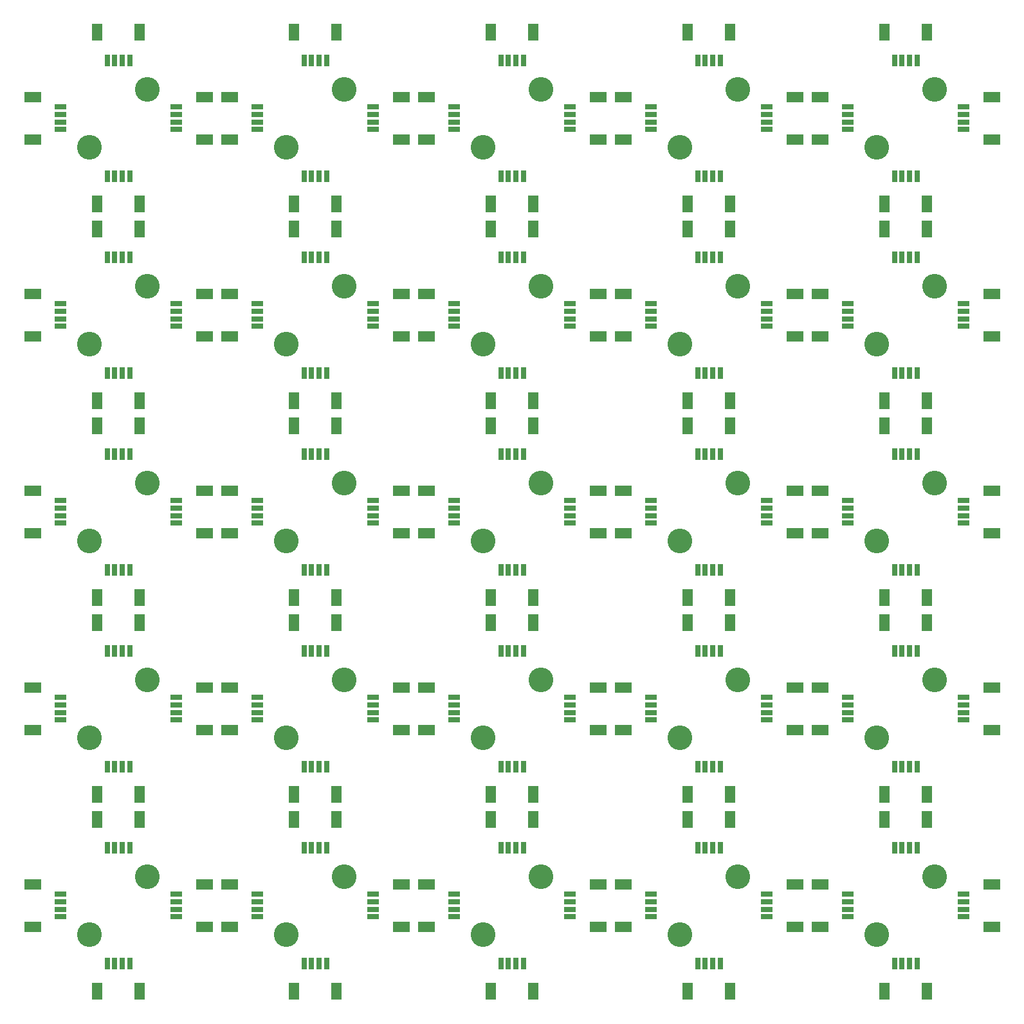
<source format=gts>
G04 EAGLE Gerber RS-274X export*
G75*
%MOMM*%
%FSLAX34Y34*%
%LPD*%
%INSoldermask Top*%
%IPPOS*%
%AMOC8*
5,1,8,0,0,1.08239X$1,22.5*%
G01*
%ADD10R,1.403200X2.203200*%
%ADD11R,0.803200X1.553200*%
%ADD12R,2.203200X1.403200*%
%ADD13R,1.553200X0.803200*%
%ADD14C,3.251200*%


D10*
X99000Y14050D03*
X155000Y14050D03*
D11*
X112000Y50800D03*
X122000Y50800D03*
X132000Y50800D03*
X142000Y50800D03*
D12*
X14050Y155000D03*
X14050Y99000D03*
D13*
X50800Y142000D03*
X50800Y132000D03*
X50800Y122000D03*
X50800Y112000D03*
D12*
X239950Y99000D03*
X239950Y155000D03*
D13*
X203200Y112000D03*
X203200Y122000D03*
X203200Y132000D03*
X203200Y142000D03*
D10*
X155000Y239950D03*
X99000Y239950D03*
D11*
X142000Y203200D03*
X132000Y203200D03*
X122000Y203200D03*
X112000Y203200D03*
D14*
X165100Y165100D03*
X88900Y88900D03*
D10*
X358080Y14050D03*
X414080Y14050D03*
D11*
X371080Y50800D03*
X381080Y50800D03*
X391080Y50800D03*
X401080Y50800D03*
D12*
X273130Y155000D03*
X273130Y99000D03*
D13*
X309880Y142000D03*
X309880Y132000D03*
X309880Y122000D03*
X309880Y112000D03*
D12*
X499030Y99000D03*
X499030Y155000D03*
D13*
X462280Y112000D03*
X462280Y122000D03*
X462280Y132000D03*
X462280Y142000D03*
D10*
X414080Y239950D03*
X358080Y239950D03*
D11*
X401080Y203200D03*
X391080Y203200D03*
X381080Y203200D03*
X371080Y203200D03*
D14*
X424180Y165100D03*
X347980Y88900D03*
D10*
X617160Y14050D03*
X673160Y14050D03*
D11*
X630160Y50800D03*
X640160Y50800D03*
X650160Y50800D03*
X660160Y50800D03*
D12*
X532210Y155000D03*
X532210Y99000D03*
D13*
X568960Y142000D03*
X568960Y132000D03*
X568960Y122000D03*
X568960Y112000D03*
D12*
X758110Y99000D03*
X758110Y155000D03*
D13*
X721360Y112000D03*
X721360Y122000D03*
X721360Y132000D03*
X721360Y142000D03*
D10*
X673160Y239950D03*
X617160Y239950D03*
D11*
X660160Y203200D03*
X650160Y203200D03*
X640160Y203200D03*
X630160Y203200D03*
D14*
X683260Y165100D03*
X607060Y88900D03*
D10*
X876240Y14050D03*
X932240Y14050D03*
D11*
X889240Y50800D03*
X899240Y50800D03*
X909240Y50800D03*
X919240Y50800D03*
D12*
X791290Y155000D03*
X791290Y99000D03*
D13*
X828040Y142000D03*
X828040Y132000D03*
X828040Y122000D03*
X828040Y112000D03*
D12*
X1017190Y99000D03*
X1017190Y155000D03*
D13*
X980440Y112000D03*
X980440Y122000D03*
X980440Y132000D03*
X980440Y142000D03*
D10*
X932240Y239950D03*
X876240Y239950D03*
D11*
X919240Y203200D03*
X909240Y203200D03*
X899240Y203200D03*
X889240Y203200D03*
D14*
X942340Y165100D03*
X866140Y88900D03*
D10*
X1135320Y14050D03*
X1191320Y14050D03*
D11*
X1148320Y50800D03*
X1158320Y50800D03*
X1168320Y50800D03*
X1178320Y50800D03*
D12*
X1050370Y155000D03*
X1050370Y99000D03*
D13*
X1087120Y142000D03*
X1087120Y132000D03*
X1087120Y122000D03*
X1087120Y112000D03*
D12*
X1276270Y99000D03*
X1276270Y155000D03*
D13*
X1239520Y112000D03*
X1239520Y122000D03*
X1239520Y132000D03*
X1239520Y142000D03*
D10*
X1191320Y239950D03*
X1135320Y239950D03*
D11*
X1178320Y203200D03*
X1168320Y203200D03*
X1158320Y203200D03*
X1148320Y203200D03*
D14*
X1201420Y165100D03*
X1125220Y88900D03*
D10*
X99000Y273130D03*
X155000Y273130D03*
D11*
X112000Y309880D03*
X122000Y309880D03*
X132000Y309880D03*
X142000Y309880D03*
D12*
X14050Y414080D03*
X14050Y358080D03*
D13*
X50800Y401080D03*
X50800Y391080D03*
X50800Y381080D03*
X50800Y371080D03*
D12*
X239950Y358080D03*
X239950Y414080D03*
D13*
X203200Y371080D03*
X203200Y381080D03*
X203200Y391080D03*
X203200Y401080D03*
D10*
X155000Y499030D03*
X99000Y499030D03*
D11*
X142000Y462280D03*
X132000Y462280D03*
X122000Y462280D03*
X112000Y462280D03*
D14*
X165100Y424180D03*
X88900Y347980D03*
D10*
X358080Y273130D03*
X414080Y273130D03*
D11*
X371080Y309880D03*
X381080Y309880D03*
X391080Y309880D03*
X401080Y309880D03*
D12*
X273130Y414080D03*
X273130Y358080D03*
D13*
X309880Y401080D03*
X309880Y391080D03*
X309880Y381080D03*
X309880Y371080D03*
D12*
X499030Y358080D03*
X499030Y414080D03*
D13*
X462280Y371080D03*
X462280Y381080D03*
X462280Y391080D03*
X462280Y401080D03*
D10*
X414080Y499030D03*
X358080Y499030D03*
D11*
X401080Y462280D03*
X391080Y462280D03*
X381080Y462280D03*
X371080Y462280D03*
D14*
X424180Y424180D03*
X347980Y347980D03*
D10*
X617160Y273130D03*
X673160Y273130D03*
D11*
X630160Y309880D03*
X640160Y309880D03*
X650160Y309880D03*
X660160Y309880D03*
D12*
X532210Y414080D03*
X532210Y358080D03*
D13*
X568960Y401080D03*
X568960Y391080D03*
X568960Y381080D03*
X568960Y371080D03*
D12*
X758110Y358080D03*
X758110Y414080D03*
D13*
X721360Y371080D03*
X721360Y381080D03*
X721360Y391080D03*
X721360Y401080D03*
D10*
X673160Y499030D03*
X617160Y499030D03*
D11*
X660160Y462280D03*
X650160Y462280D03*
X640160Y462280D03*
X630160Y462280D03*
D14*
X683260Y424180D03*
X607060Y347980D03*
D10*
X876240Y273130D03*
X932240Y273130D03*
D11*
X889240Y309880D03*
X899240Y309880D03*
X909240Y309880D03*
X919240Y309880D03*
D12*
X791290Y414080D03*
X791290Y358080D03*
D13*
X828040Y401080D03*
X828040Y391080D03*
X828040Y381080D03*
X828040Y371080D03*
D12*
X1017190Y358080D03*
X1017190Y414080D03*
D13*
X980440Y371080D03*
X980440Y381080D03*
X980440Y391080D03*
X980440Y401080D03*
D10*
X932240Y499030D03*
X876240Y499030D03*
D11*
X919240Y462280D03*
X909240Y462280D03*
X899240Y462280D03*
X889240Y462280D03*
D14*
X942340Y424180D03*
X866140Y347980D03*
D10*
X1135320Y273130D03*
X1191320Y273130D03*
D11*
X1148320Y309880D03*
X1158320Y309880D03*
X1168320Y309880D03*
X1178320Y309880D03*
D12*
X1050370Y414080D03*
X1050370Y358080D03*
D13*
X1087120Y401080D03*
X1087120Y391080D03*
X1087120Y381080D03*
X1087120Y371080D03*
D12*
X1276270Y358080D03*
X1276270Y414080D03*
D13*
X1239520Y371080D03*
X1239520Y381080D03*
X1239520Y391080D03*
X1239520Y401080D03*
D10*
X1191320Y499030D03*
X1135320Y499030D03*
D11*
X1178320Y462280D03*
X1168320Y462280D03*
X1158320Y462280D03*
X1148320Y462280D03*
D14*
X1201420Y424180D03*
X1125220Y347980D03*
D10*
X99000Y532210D03*
X155000Y532210D03*
D11*
X112000Y568960D03*
X122000Y568960D03*
X132000Y568960D03*
X142000Y568960D03*
D12*
X14050Y673160D03*
X14050Y617160D03*
D13*
X50800Y660160D03*
X50800Y650160D03*
X50800Y640160D03*
X50800Y630160D03*
D12*
X239950Y617160D03*
X239950Y673160D03*
D13*
X203200Y630160D03*
X203200Y640160D03*
X203200Y650160D03*
X203200Y660160D03*
D10*
X155000Y758110D03*
X99000Y758110D03*
D11*
X142000Y721360D03*
X132000Y721360D03*
X122000Y721360D03*
X112000Y721360D03*
D14*
X165100Y683260D03*
X88900Y607060D03*
D10*
X358080Y532210D03*
X414080Y532210D03*
D11*
X371080Y568960D03*
X381080Y568960D03*
X391080Y568960D03*
X401080Y568960D03*
D12*
X273130Y673160D03*
X273130Y617160D03*
D13*
X309880Y660160D03*
X309880Y650160D03*
X309880Y640160D03*
X309880Y630160D03*
D12*
X499030Y617160D03*
X499030Y673160D03*
D13*
X462280Y630160D03*
X462280Y640160D03*
X462280Y650160D03*
X462280Y660160D03*
D10*
X414080Y758110D03*
X358080Y758110D03*
D11*
X401080Y721360D03*
X391080Y721360D03*
X381080Y721360D03*
X371080Y721360D03*
D14*
X424180Y683260D03*
X347980Y607060D03*
D10*
X617160Y532210D03*
X673160Y532210D03*
D11*
X630160Y568960D03*
X640160Y568960D03*
X650160Y568960D03*
X660160Y568960D03*
D12*
X532210Y673160D03*
X532210Y617160D03*
D13*
X568960Y660160D03*
X568960Y650160D03*
X568960Y640160D03*
X568960Y630160D03*
D12*
X758110Y617160D03*
X758110Y673160D03*
D13*
X721360Y630160D03*
X721360Y640160D03*
X721360Y650160D03*
X721360Y660160D03*
D10*
X673160Y758110D03*
X617160Y758110D03*
D11*
X660160Y721360D03*
X650160Y721360D03*
X640160Y721360D03*
X630160Y721360D03*
D14*
X683260Y683260D03*
X607060Y607060D03*
D10*
X876240Y532210D03*
X932240Y532210D03*
D11*
X889240Y568960D03*
X899240Y568960D03*
X909240Y568960D03*
X919240Y568960D03*
D12*
X791290Y673160D03*
X791290Y617160D03*
D13*
X828040Y660160D03*
X828040Y650160D03*
X828040Y640160D03*
X828040Y630160D03*
D12*
X1017190Y617160D03*
X1017190Y673160D03*
D13*
X980440Y630160D03*
X980440Y640160D03*
X980440Y650160D03*
X980440Y660160D03*
D10*
X932240Y758110D03*
X876240Y758110D03*
D11*
X919240Y721360D03*
X909240Y721360D03*
X899240Y721360D03*
X889240Y721360D03*
D14*
X942340Y683260D03*
X866140Y607060D03*
D10*
X1135320Y532210D03*
X1191320Y532210D03*
D11*
X1148320Y568960D03*
X1158320Y568960D03*
X1168320Y568960D03*
X1178320Y568960D03*
D12*
X1050370Y673160D03*
X1050370Y617160D03*
D13*
X1087120Y660160D03*
X1087120Y650160D03*
X1087120Y640160D03*
X1087120Y630160D03*
D12*
X1276270Y617160D03*
X1276270Y673160D03*
D13*
X1239520Y630160D03*
X1239520Y640160D03*
X1239520Y650160D03*
X1239520Y660160D03*
D10*
X1191320Y758110D03*
X1135320Y758110D03*
D11*
X1178320Y721360D03*
X1168320Y721360D03*
X1158320Y721360D03*
X1148320Y721360D03*
D14*
X1201420Y683260D03*
X1125220Y607060D03*
D10*
X99000Y791290D03*
X155000Y791290D03*
D11*
X112000Y828040D03*
X122000Y828040D03*
X132000Y828040D03*
X142000Y828040D03*
D12*
X14050Y932240D03*
X14050Y876240D03*
D13*
X50800Y919240D03*
X50800Y909240D03*
X50800Y899240D03*
X50800Y889240D03*
D12*
X239950Y876240D03*
X239950Y932240D03*
D13*
X203200Y889240D03*
X203200Y899240D03*
X203200Y909240D03*
X203200Y919240D03*
D10*
X155000Y1017190D03*
X99000Y1017190D03*
D11*
X142000Y980440D03*
X132000Y980440D03*
X122000Y980440D03*
X112000Y980440D03*
D14*
X165100Y942340D03*
X88900Y866140D03*
D10*
X358080Y791290D03*
X414080Y791290D03*
D11*
X371080Y828040D03*
X381080Y828040D03*
X391080Y828040D03*
X401080Y828040D03*
D12*
X273130Y932240D03*
X273130Y876240D03*
D13*
X309880Y919240D03*
X309880Y909240D03*
X309880Y899240D03*
X309880Y889240D03*
D12*
X499030Y876240D03*
X499030Y932240D03*
D13*
X462280Y889240D03*
X462280Y899240D03*
X462280Y909240D03*
X462280Y919240D03*
D10*
X414080Y1017190D03*
X358080Y1017190D03*
D11*
X401080Y980440D03*
X391080Y980440D03*
X381080Y980440D03*
X371080Y980440D03*
D14*
X424180Y942340D03*
X347980Y866140D03*
D10*
X617160Y791290D03*
X673160Y791290D03*
D11*
X630160Y828040D03*
X640160Y828040D03*
X650160Y828040D03*
X660160Y828040D03*
D12*
X532210Y932240D03*
X532210Y876240D03*
D13*
X568960Y919240D03*
X568960Y909240D03*
X568960Y899240D03*
X568960Y889240D03*
D12*
X758110Y876240D03*
X758110Y932240D03*
D13*
X721360Y889240D03*
X721360Y899240D03*
X721360Y909240D03*
X721360Y919240D03*
D10*
X673160Y1017190D03*
X617160Y1017190D03*
D11*
X660160Y980440D03*
X650160Y980440D03*
X640160Y980440D03*
X630160Y980440D03*
D14*
X683260Y942340D03*
X607060Y866140D03*
D10*
X876240Y791290D03*
X932240Y791290D03*
D11*
X889240Y828040D03*
X899240Y828040D03*
X909240Y828040D03*
X919240Y828040D03*
D12*
X791290Y932240D03*
X791290Y876240D03*
D13*
X828040Y919240D03*
X828040Y909240D03*
X828040Y899240D03*
X828040Y889240D03*
D12*
X1017190Y876240D03*
X1017190Y932240D03*
D13*
X980440Y889240D03*
X980440Y899240D03*
X980440Y909240D03*
X980440Y919240D03*
D10*
X932240Y1017190D03*
X876240Y1017190D03*
D11*
X919240Y980440D03*
X909240Y980440D03*
X899240Y980440D03*
X889240Y980440D03*
D14*
X942340Y942340D03*
X866140Y866140D03*
D10*
X1135320Y791290D03*
X1191320Y791290D03*
D11*
X1148320Y828040D03*
X1158320Y828040D03*
X1168320Y828040D03*
X1178320Y828040D03*
D12*
X1050370Y932240D03*
X1050370Y876240D03*
D13*
X1087120Y919240D03*
X1087120Y909240D03*
X1087120Y899240D03*
X1087120Y889240D03*
D12*
X1276270Y876240D03*
X1276270Y932240D03*
D13*
X1239520Y889240D03*
X1239520Y899240D03*
X1239520Y909240D03*
X1239520Y919240D03*
D10*
X1191320Y1017190D03*
X1135320Y1017190D03*
D11*
X1178320Y980440D03*
X1168320Y980440D03*
X1158320Y980440D03*
X1148320Y980440D03*
D14*
X1201420Y942340D03*
X1125220Y866140D03*
D10*
X99000Y1050370D03*
X155000Y1050370D03*
D11*
X112000Y1087120D03*
X122000Y1087120D03*
X132000Y1087120D03*
X142000Y1087120D03*
D12*
X14050Y1191320D03*
X14050Y1135320D03*
D13*
X50800Y1178320D03*
X50800Y1168320D03*
X50800Y1158320D03*
X50800Y1148320D03*
D12*
X239950Y1135320D03*
X239950Y1191320D03*
D13*
X203200Y1148320D03*
X203200Y1158320D03*
X203200Y1168320D03*
X203200Y1178320D03*
D10*
X155000Y1276270D03*
X99000Y1276270D03*
D11*
X142000Y1239520D03*
X132000Y1239520D03*
X122000Y1239520D03*
X112000Y1239520D03*
D14*
X165100Y1201420D03*
X88900Y1125220D03*
D10*
X358080Y1050370D03*
X414080Y1050370D03*
D11*
X371080Y1087120D03*
X381080Y1087120D03*
X391080Y1087120D03*
X401080Y1087120D03*
D12*
X273130Y1191320D03*
X273130Y1135320D03*
D13*
X309880Y1178320D03*
X309880Y1168320D03*
X309880Y1158320D03*
X309880Y1148320D03*
D12*
X499030Y1135320D03*
X499030Y1191320D03*
D13*
X462280Y1148320D03*
X462280Y1158320D03*
X462280Y1168320D03*
X462280Y1178320D03*
D10*
X414080Y1276270D03*
X358080Y1276270D03*
D11*
X401080Y1239520D03*
X391080Y1239520D03*
X381080Y1239520D03*
X371080Y1239520D03*
D14*
X424180Y1201420D03*
X347980Y1125220D03*
D10*
X617160Y1050370D03*
X673160Y1050370D03*
D11*
X630160Y1087120D03*
X640160Y1087120D03*
X650160Y1087120D03*
X660160Y1087120D03*
D12*
X532210Y1191320D03*
X532210Y1135320D03*
D13*
X568960Y1178320D03*
X568960Y1168320D03*
X568960Y1158320D03*
X568960Y1148320D03*
D12*
X758110Y1135320D03*
X758110Y1191320D03*
D13*
X721360Y1148320D03*
X721360Y1158320D03*
X721360Y1168320D03*
X721360Y1178320D03*
D10*
X673160Y1276270D03*
X617160Y1276270D03*
D11*
X660160Y1239520D03*
X650160Y1239520D03*
X640160Y1239520D03*
X630160Y1239520D03*
D14*
X683260Y1201420D03*
X607060Y1125220D03*
D10*
X876240Y1050370D03*
X932240Y1050370D03*
D11*
X889240Y1087120D03*
X899240Y1087120D03*
X909240Y1087120D03*
X919240Y1087120D03*
D12*
X791290Y1191320D03*
X791290Y1135320D03*
D13*
X828040Y1178320D03*
X828040Y1168320D03*
X828040Y1158320D03*
X828040Y1148320D03*
D12*
X1017190Y1135320D03*
X1017190Y1191320D03*
D13*
X980440Y1148320D03*
X980440Y1158320D03*
X980440Y1168320D03*
X980440Y1178320D03*
D10*
X932240Y1276270D03*
X876240Y1276270D03*
D11*
X919240Y1239520D03*
X909240Y1239520D03*
X899240Y1239520D03*
X889240Y1239520D03*
D14*
X942340Y1201420D03*
X866140Y1125220D03*
D10*
X1135320Y1050370D03*
X1191320Y1050370D03*
D11*
X1148320Y1087120D03*
X1158320Y1087120D03*
X1168320Y1087120D03*
X1178320Y1087120D03*
D12*
X1050370Y1191320D03*
X1050370Y1135320D03*
D13*
X1087120Y1178320D03*
X1087120Y1168320D03*
X1087120Y1158320D03*
X1087120Y1148320D03*
D12*
X1276270Y1135320D03*
X1276270Y1191320D03*
D13*
X1239520Y1148320D03*
X1239520Y1158320D03*
X1239520Y1168320D03*
X1239520Y1178320D03*
D10*
X1191320Y1276270D03*
X1135320Y1276270D03*
D11*
X1178320Y1239520D03*
X1168320Y1239520D03*
X1158320Y1239520D03*
X1148320Y1239520D03*
D14*
X1201420Y1201420D03*
X1125220Y1125220D03*
M02*

</source>
